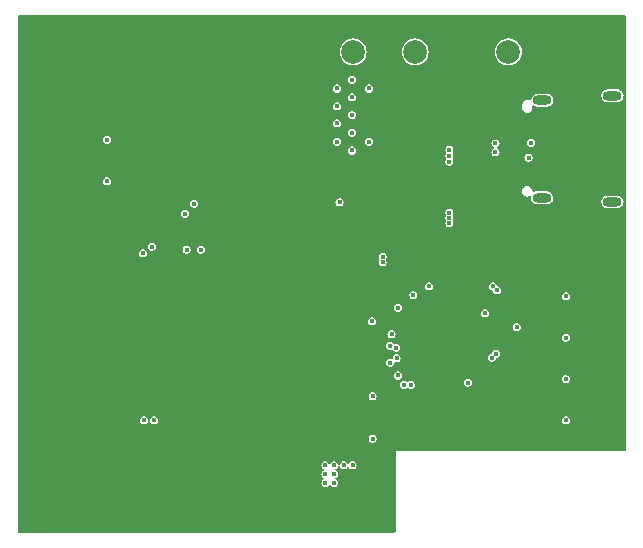
<source format=gbr>
G04 #@! TF.GenerationSoftware,KiCad,Pcbnew,7.0.7*
G04 #@! TF.CreationDate,2024-08-26T03:28:25+03:00*
G04 #@! TF.ProjectId,telemetry_box_01,74656c65-6d65-4747-9279-5f626f785f30,rev?*
G04 #@! TF.SameCoordinates,Original*
G04 #@! TF.FileFunction,Copper,L4,Bot*
G04 #@! TF.FilePolarity,Positive*
%FSLAX46Y46*%
G04 Gerber Fmt 4.6, Leading zero omitted, Abs format (unit mm)*
G04 Created by KiCad (PCBNEW 7.0.7) date 2024-08-26 03:28:25*
%MOMM*%
%LPD*%
G01*
G04 APERTURE LIST*
G04 #@! TA.AperFunction,ComponentPad*
%ADD10O,1.600000X0.800000*%
G04 #@! TD*
G04 #@! TA.AperFunction,ComponentPad*
%ADD11C,2.000000*%
G04 #@! TD*
G04 #@! TA.AperFunction,ViaPad*
%ADD12C,0.400000*%
G04 #@! TD*
G04 #@! TA.AperFunction,ViaPad*
%ADD13C,0.420000*%
G04 #@! TD*
G04 APERTURE END LIST*
D10*
X165550000Y-75905000D03*
X165550000Y-66925000D03*
X159600000Y-67285000D03*
X159600000Y-75545000D03*
D11*
X148850000Y-63200000D03*
X143600000Y-63200000D03*
X156750000Y-63200000D03*
X162000000Y-63200000D03*
D12*
X142450000Y-75950000D03*
X122750000Y-70650000D03*
X122750000Y-74150000D03*
X130700000Y-79950000D03*
X129500000Y-79950000D03*
D13*
X146950000Y-98050000D03*
X146950000Y-97150000D03*
X146950000Y-102550000D03*
X146950000Y-103450000D03*
X146950000Y-101650000D03*
X146950000Y-98950000D03*
X146950000Y-100750000D03*
X146950000Y-99850000D03*
X162700000Y-96750000D03*
X163600000Y-96750000D03*
X166300000Y-96750000D03*
X164500000Y-96750000D03*
X165400000Y-96750000D03*
X158200000Y-96750000D03*
X159100000Y-96750000D03*
X161800000Y-96750000D03*
X160000000Y-96750000D03*
X160900000Y-96750000D03*
X157300000Y-96750000D03*
X155500000Y-96750000D03*
X156400000Y-96750000D03*
X154600000Y-96750000D03*
X152800000Y-96750000D03*
X153700000Y-96750000D03*
X151900000Y-96750000D03*
X151000000Y-96750000D03*
X150100000Y-96750000D03*
X149200000Y-96750000D03*
X147700000Y-96750000D03*
X115450000Y-82950000D03*
X146900000Y-70050000D03*
X117700000Y-89250000D03*
X150400000Y-92900000D03*
X121900000Y-88850000D03*
X165750000Y-90650000D03*
X125900000Y-83850000D03*
X140850000Y-64350000D03*
X129000000Y-91650000D03*
X125800000Y-99900000D03*
X144350000Y-75700000D03*
X150100000Y-85400000D03*
X153900000Y-69450000D03*
X135450000Y-74850000D03*
X142350000Y-79300000D03*
X153300000Y-77950000D03*
X133800000Y-66000000D03*
X115450000Y-60950000D03*
X161750000Y-60650000D03*
X130300000Y-61650000D03*
X115450000Y-95250000D03*
X118000000Y-97350000D03*
X145200000Y-84050000D03*
X157250000Y-88250000D03*
X129600000Y-88700000D03*
X131250000Y-64150000D03*
X145700000Y-99050000D03*
X163750000Y-60650000D03*
X115450000Y-66950000D03*
X150100000Y-86400000D03*
X146900000Y-67050000D03*
X130700000Y-85100000D03*
X153350000Y-68200000D03*
X165750000Y-82650000D03*
X115450000Y-97250000D03*
X135450000Y-68850000D03*
X135600000Y-101350000D03*
X139200000Y-102850000D03*
X141200000Y-102850000D03*
X125600000Y-83100000D03*
X140500000Y-86500000D03*
X115450000Y-62950000D03*
X131650000Y-92200000D03*
X135600000Y-99850000D03*
X141500000Y-79800000D03*
X159300000Y-77950000D03*
X119050000Y-85850000D03*
X142500000Y-78300000D03*
X135600000Y-99050000D03*
X138300000Y-67400000D03*
X118550000Y-75900000D03*
X116700000Y-89250000D03*
X149100000Y-85400000D03*
X153750000Y-60650000D03*
X118200000Y-64050000D03*
X122050000Y-99650000D03*
X151100000Y-85400000D03*
X134250000Y-71000000D03*
X140750000Y-79450000D03*
X165750000Y-84650000D03*
X119800000Y-88750000D03*
X145200000Y-86550000D03*
X154200000Y-92900000D03*
X140850000Y-66350000D03*
X159100000Y-85900000D03*
X156150000Y-93900000D03*
X118750000Y-86750000D03*
X115450000Y-93250000D03*
X118100000Y-102950000D03*
X154850000Y-81500000D03*
X117900000Y-94600000D03*
X152950000Y-95600000D03*
X165750000Y-68650000D03*
X123350000Y-98650000D03*
X152950000Y-94850000D03*
X130250000Y-66550000D03*
X148500000Y-80850000D03*
X140500000Y-77250000D03*
X133650000Y-84900000D03*
X145200000Y-102850000D03*
X165750000Y-94650000D03*
X115450000Y-80950000D03*
X145700000Y-100550000D03*
X120400000Y-63400000D03*
X152800000Y-69450000D03*
X147750000Y-60650000D03*
X123300000Y-82700000D03*
X149450000Y-81500000D03*
X165750000Y-74650000D03*
X146100000Y-83250000D03*
X127600000Y-64600000D03*
X115450000Y-68950000D03*
X135100000Y-88850000D03*
X143750000Y-60650000D03*
X158050000Y-90400000D03*
X130800000Y-71500000D03*
X133000000Y-88050000D03*
X127900000Y-90550000D03*
X115450000Y-70950000D03*
X116800000Y-67900000D03*
X152950000Y-93350000D03*
X118550000Y-61450000D03*
X130750000Y-82500000D03*
X146900000Y-68550000D03*
X144500000Y-80450000D03*
X150100000Y-87400000D03*
X127800000Y-81950000D03*
X134550000Y-100350000D03*
X154000000Y-81900000D03*
X120600000Y-88050000D03*
X119850000Y-78050000D03*
X127900000Y-91650000D03*
X149750000Y-60650000D03*
X130100000Y-92750000D03*
X115450000Y-86950000D03*
X149100000Y-87400000D03*
X122650000Y-102850000D03*
X130100000Y-90550000D03*
X125600000Y-84600000D03*
X155750000Y-60650000D03*
X165750000Y-88650000D03*
X126850000Y-67550000D03*
X115450000Y-99250000D03*
X121250000Y-82850000D03*
X151100000Y-89400000D03*
X115450000Y-90000000D03*
X121950000Y-61350000D03*
X124650000Y-102850000D03*
X145700000Y-101350000D03*
X115450000Y-74950000D03*
X121100000Y-87150000D03*
X127100000Y-71500000D03*
X130850000Y-100200000D03*
X149100000Y-86400000D03*
X140850000Y-70350000D03*
X151100000Y-87400000D03*
X135600000Y-100550000D03*
X117400000Y-65950000D03*
X122400000Y-63950000D03*
X126650000Y-102850000D03*
X120650000Y-102850000D03*
X116550000Y-72150000D03*
X136400000Y-98250000D03*
X152100000Y-87400000D03*
X159600000Y-93250000D03*
X136700000Y-95200000D03*
X119650000Y-84000000D03*
X115450000Y-91250000D03*
X120350000Y-83300000D03*
X140850000Y-62350000D03*
X163300000Y-77950000D03*
X159600000Y-91250000D03*
X128650000Y-100000000D03*
X165750000Y-86650000D03*
X124650000Y-74900000D03*
X120950000Y-65950000D03*
X140500000Y-76200000D03*
X153100000Y-85400000D03*
X137200000Y-102850000D03*
X153100000Y-87400000D03*
X121300000Y-86150000D03*
X159600000Y-95250000D03*
X118000000Y-91700000D03*
X123300000Y-85000000D03*
X154050000Y-94550000D03*
X156500000Y-85400000D03*
X135100000Y-89850000D03*
X126350000Y-61200000D03*
X127900000Y-92750000D03*
X115450000Y-78950000D03*
X132300000Y-68200000D03*
X155300000Y-77950000D03*
X117550000Y-80100000D03*
X153300000Y-80250000D03*
X153500000Y-92900000D03*
X143200000Y-102850000D03*
X122300000Y-85000000D03*
X145700000Y-99850000D03*
X121550000Y-85250000D03*
X153100000Y-88400000D03*
X152800000Y-67650000D03*
X145750000Y-60650000D03*
X130100000Y-91650000D03*
X120050000Y-99650000D03*
X124600000Y-69050000D03*
X141750000Y-60650000D03*
X153100000Y-86400000D03*
X152100000Y-88400000D03*
X159750000Y-60650000D03*
X142500000Y-77250000D03*
X118850000Y-89150000D03*
X165750000Y-92650000D03*
X118050000Y-99650000D03*
X135200000Y-102850000D03*
X147800000Y-69300000D03*
X150950000Y-94100000D03*
X122300000Y-82700000D03*
X150100000Y-89400000D03*
X136100000Y-88850000D03*
X140850000Y-68350000D03*
X161300000Y-77950000D03*
X165750000Y-72650000D03*
X129000000Y-92750000D03*
X115450000Y-76950000D03*
X150950000Y-93350000D03*
X157300000Y-77950000D03*
X119200000Y-84850000D03*
X145400000Y-82600000D03*
X165750000Y-78650000D03*
X157750000Y-60650000D03*
X127800000Y-86650000D03*
X165750000Y-62650000D03*
X144550000Y-95950000D03*
X153350000Y-68900000D03*
X145500000Y-90150000D03*
X152100000Y-86400000D03*
X165750000Y-64650000D03*
X115450000Y-72950000D03*
X149100000Y-89400000D03*
X136100000Y-89850000D03*
X145200000Y-85000000D03*
X136800000Y-82800000D03*
X115450000Y-64950000D03*
X159500000Y-88250000D03*
X152100000Y-89400000D03*
X129050000Y-70050000D03*
X136050000Y-85500000D03*
X153500000Y-74500000D03*
X149450000Y-80850000D03*
X153050000Y-94100000D03*
X115450000Y-101250000D03*
X147800000Y-67800000D03*
X115450000Y-103250000D03*
X151100000Y-86400000D03*
X132650000Y-102850000D03*
X135250000Y-64150000D03*
X165750000Y-60650000D03*
X165750000Y-80650000D03*
X153900000Y-67650000D03*
X135450000Y-92650000D03*
X156750000Y-80300000D03*
X130650000Y-102850000D03*
X122250000Y-77500000D03*
X144550000Y-92350000D03*
X165750000Y-70650000D03*
X129000000Y-90550000D03*
X154000000Y-80900000D03*
X145500000Y-87650000D03*
X151750000Y-60650000D03*
X117700000Y-86950000D03*
X116700000Y-86950000D03*
X115450000Y-84950000D03*
X148500000Y-81500000D03*
X144450000Y-78300000D03*
X153100000Y-89400000D03*
X150100000Y-88400000D03*
X124300000Y-65600000D03*
X151100000Y-88400000D03*
X133750000Y-82200000D03*
X152100000Y-85400000D03*
X135600000Y-89350000D03*
X128650000Y-102850000D03*
X149100000Y-88400000D03*
D12*
X130150000Y-76050000D03*
X125800000Y-80250000D03*
X129350000Y-76900000D03*
X126550000Y-79700000D03*
X147277996Y-89130403D03*
X126750000Y-94400000D03*
X147250000Y-88250000D03*
X125900000Y-94400000D03*
X147400000Y-90600000D03*
X146850000Y-87100000D03*
X161600000Y-90900000D03*
X155330000Y-89100000D03*
X147396397Y-84865881D03*
X161600000Y-94400000D03*
X151750000Y-76800000D03*
X155690000Y-88740000D03*
X146100000Y-81000000D03*
X155800000Y-83400000D03*
X146100000Y-80550000D03*
X146700000Y-88100000D03*
X148700940Y-83796740D03*
X151750000Y-77700000D03*
X145200000Y-86000000D03*
X155450000Y-83050000D03*
X150000000Y-83050000D03*
X151750000Y-77250000D03*
X146750000Y-89500000D03*
X161600000Y-87400000D03*
X147900000Y-91400000D03*
X154787371Y-85325500D03*
D13*
X157450000Y-86500000D03*
D12*
X153300000Y-91200000D03*
X161600000Y-83900000D03*
X148500000Y-91400000D03*
X155650000Y-70950000D03*
X158650000Y-70900000D03*
X158450000Y-72150000D03*
X155650000Y-71700000D03*
X144950000Y-70800000D03*
X142250000Y-69250000D03*
X143500000Y-67050000D03*
X142800000Y-98200000D03*
X145250000Y-95950000D03*
X143500000Y-71550000D03*
X142000000Y-99700000D03*
X151750000Y-72500000D03*
X142000000Y-98950000D03*
X142000000Y-98200000D03*
X142250000Y-66300000D03*
X151750000Y-72000000D03*
X145250000Y-92350000D03*
X143500000Y-68550000D03*
X141250000Y-99700000D03*
X151750000Y-71500000D03*
X142250000Y-67800000D03*
X143500000Y-65550000D03*
X141250000Y-98200000D03*
X141250000Y-98950000D03*
X144950000Y-66300000D03*
X142250000Y-70800000D03*
X143500000Y-70050000D03*
X143550000Y-98200000D03*
G04 #@! TA.AperFunction,Conductor*
G36*
X166679290Y-60120710D02*
G01*
X166699500Y-60169500D01*
X166699500Y-96931000D01*
X166679290Y-96979790D01*
X166630500Y-97000000D01*
X147200000Y-97000000D01*
X147200000Y-103830500D01*
X147179790Y-103879290D01*
X147131000Y-103899500D01*
X115269000Y-103899500D01*
X115220210Y-103879290D01*
X115200000Y-103830500D01*
X115200000Y-99700000D01*
X140904247Y-99700000D01*
X140922378Y-99802832D01*
X140925098Y-99818254D01*
X140985138Y-99922246D01*
X140985140Y-99922248D01*
X140985139Y-99922248D01*
X141065925Y-99990034D01*
X141077123Y-99999431D01*
X141189961Y-100040500D01*
X141310038Y-100040500D01*
X141310039Y-100040500D01*
X141422877Y-99999431D01*
X141514862Y-99922246D01*
X141565245Y-99834980D01*
X141607142Y-99802832D01*
X141659500Y-99809725D01*
X141684754Y-99834979D01*
X141735138Y-99922246D01*
X141735140Y-99922248D01*
X141735139Y-99922248D01*
X141815925Y-99990034D01*
X141827123Y-99999431D01*
X141939961Y-100040500D01*
X142060038Y-100040500D01*
X142060039Y-100040500D01*
X142172877Y-99999431D01*
X142264862Y-99922246D01*
X142324902Y-99818254D01*
X142345753Y-99700000D01*
X142324902Y-99581746D01*
X142264862Y-99477754D01*
X142264859Y-99477751D01*
X142264860Y-99477751D01*
X142172877Y-99400569D01*
X142172876Y-99400569D01*
X142143394Y-99389838D01*
X142104459Y-99354161D01*
X142102155Y-99301401D01*
X142137833Y-99262465D01*
X142143387Y-99260164D01*
X142172877Y-99249431D01*
X142264862Y-99172246D01*
X142324902Y-99068254D01*
X142345753Y-98950000D01*
X142324902Y-98831746D01*
X142264862Y-98727754D01*
X142264859Y-98727751D01*
X142264860Y-98727751D01*
X142172877Y-98650569D01*
X142172876Y-98650569D01*
X142143394Y-98639838D01*
X142104459Y-98604161D01*
X142102155Y-98551401D01*
X142137833Y-98512465D01*
X142143387Y-98510164D01*
X142172877Y-98499431D01*
X142264862Y-98422246D01*
X142324902Y-98318254D01*
X142332047Y-98277727D01*
X142360423Y-98233187D01*
X142411981Y-98221756D01*
X142456521Y-98250131D01*
X142467952Y-98277727D01*
X142475097Y-98318252D01*
X142475097Y-98318253D01*
X142475098Y-98318254D01*
X142535138Y-98422246D01*
X142535140Y-98422248D01*
X142535139Y-98422248D01*
X142615925Y-98490034D01*
X142627123Y-98499431D01*
X142739961Y-98540500D01*
X142860038Y-98540500D01*
X142860039Y-98540500D01*
X142972877Y-98499431D01*
X143064862Y-98422246D01*
X143115245Y-98334978D01*
X143157140Y-98302832D01*
X143209499Y-98309725D01*
X143234754Y-98334980D01*
X143285138Y-98422246D01*
X143285139Y-98422248D01*
X143365925Y-98490034D01*
X143377123Y-98499431D01*
X143489961Y-98540500D01*
X143610038Y-98540500D01*
X143610039Y-98540500D01*
X143722877Y-98499431D01*
X143814862Y-98422246D01*
X143874902Y-98318254D01*
X143895753Y-98200000D01*
X143874902Y-98081746D01*
X143814862Y-97977754D01*
X143814859Y-97977751D01*
X143814860Y-97977751D01*
X143722877Y-97900569D01*
X143610040Y-97859500D01*
X143610039Y-97859500D01*
X143489961Y-97859500D01*
X143433542Y-97880034D01*
X143377123Y-97900569D01*
X143285139Y-97977751D01*
X143234756Y-98065018D01*
X143192858Y-98097167D01*
X143140500Y-98090274D01*
X143115244Y-98065018D01*
X143064862Y-97977754D01*
X143064859Y-97977751D01*
X143064860Y-97977751D01*
X142972877Y-97900569D01*
X142860040Y-97859500D01*
X142860039Y-97859500D01*
X142739961Y-97859500D01*
X142683542Y-97880034D01*
X142627123Y-97900569D01*
X142535140Y-97977751D01*
X142475097Y-98081748D01*
X142467952Y-98122272D01*
X142439577Y-98166812D01*
X142388019Y-98178243D01*
X142343479Y-98149868D01*
X142332048Y-98122272D01*
X142327621Y-98097167D01*
X142324902Y-98081746D01*
X142264862Y-97977754D01*
X142264859Y-97977751D01*
X142264860Y-97977751D01*
X142172877Y-97900569D01*
X142060040Y-97859500D01*
X142060039Y-97859500D01*
X141939961Y-97859500D01*
X141883542Y-97880034D01*
X141827123Y-97900569D01*
X141735139Y-97977751D01*
X141684756Y-98065018D01*
X141642858Y-98097167D01*
X141590500Y-98090274D01*
X141565244Y-98065018D01*
X141514862Y-97977754D01*
X141514859Y-97977751D01*
X141514860Y-97977751D01*
X141422877Y-97900569D01*
X141310040Y-97859500D01*
X141310039Y-97859500D01*
X141189961Y-97859500D01*
X141133542Y-97880034D01*
X141077123Y-97900569D01*
X140985140Y-97977751D01*
X140925097Y-98081748D01*
X140904247Y-98200000D01*
X140922378Y-98302832D01*
X140925098Y-98318254D01*
X140985138Y-98422246D01*
X140985140Y-98422248D01*
X140985139Y-98422248D01*
X141065925Y-98490034D01*
X141077123Y-98499431D01*
X141106604Y-98510161D01*
X141145540Y-98545839D01*
X141147844Y-98598599D01*
X141112166Y-98637535D01*
X141106605Y-98639839D01*
X141077122Y-98650569D01*
X140985140Y-98727751D01*
X140925097Y-98831748D01*
X140904247Y-98949999D01*
X140922378Y-99052832D01*
X140925098Y-99068254D01*
X140985138Y-99172246D01*
X140985140Y-99172248D01*
X140985139Y-99172248D01*
X141065925Y-99240034D01*
X141077123Y-99249431D01*
X141106604Y-99260161D01*
X141145540Y-99295839D01*
X141147844Y-99348599D01*
X141112166Y-99387535D01*
X141106605Y-99389839D01*
X141077122Y-99400569D01*
X140985140Y-99477751D01*
X140985138Y-99477753D01*
X140985138Y-99477754D01*
X140925098Y-99581746D01*
X140925097Y-99581748D01*
X140904247Y-99700000D01*
X115200000Y-99700000D01*
X115200000Y-95950000D01*
X144904247Y-95950000D01*
X144925098Y-96068254D01*
X144985138Y-96172246D01*
X144985140Y-96172248D01*
X144985139Y-96172248D01*
X145065925Y-96240034D01*
X145077123Y-96249431D01*
X145189961Y-96290500D01*
X145310038Y-96290500D01*
X145310039Y-96290500D01*
X145422877Y-96249431D01*
X145514862Y-96172246D01*
X145574902Y-96068254D01*
X145595753Y-95950000D01*
X145574902Y-95831746D01*
X145514862Y-95727754D01*
X145514859Y-95727751D01*
X145514860Y-95727751D01*
X145422877Y-95650569D01*
X145310040Y-95609500D01*
X145310039Y-95609500D01*
X145189961Y-95609500D01*
X145133542Y-95630034D01*
X145077123Y-95650569D01*
X144985140Y-95727751D01*
X144925097Y-95831748D01*
X144904247Y-95949999D01*
X144904247Y-95950000D01*
X115200000Y-95950000D01*
X115200000Y-94400000D01*
X125554247Y-94400000D01*
X125575098Y-94518254D01*
X125635138Y-94622246D01*
X125635140Y-94622248D01*
X125635139Y-94622248D01*
X125715925Y-94690034D01*
X125727123Y-94699431D01*
X125839961Y-94740500D01*
X125960038Y-94740500D01*
X125960039Y-94740500D01*
X126072877Y-94699431D01*
X126164862Y-94622246D01*
X126224902Y-94518254D01*
X126245753Y-94400000D01*
X126404247Y-94400000D01*
X126425098Y-94518254D01*
X126485138Y-94622246D01*
X126485140Y-94622248D01*
X126485139Y-94622248D01*
X126565925Y-94690034D01*
X126577123Y-94699431D01*
X126689961Y-94740500D01*
X126810038Y-94740500D01*
X126810039Y-94740500D01*
X126922877Y-94699431D01*
X127014862Y-94622246D01*
X127074902Y-94518254D01*
X127095753Y-94400000D01*
X161254247Y-94400000D01*
X161275098Y-94518254D01*
X161335138Y-94622246D01*
X161335140Y-94622248D01*
X161335139Y-94622248D01*
X161415925Y-94690034D01*
X161427123Y-94699431D01*
X161539961Y-94740500D01*
X161660038Y-94740500D01*
X161660039Y-94740500D01*
X161772877Y-94699431D01*
X161864862Y-94622246D01*
X161924902Y-94518254D01*
X161945753Y-94400000D01*
X161924902Y-94281746D01*
X161864862Y-94177754D01*
X161864859Y-94177751D01*
X161864860Y-94177751D01*
X161772877Y-94100569D01*
X161660040Y-94059500D01*
X161660039Y-94059500D01*
X161539961Y-94059500D01*
X161483542Y-94080034D01*
X161427123Y-94100569D01*
X161335140Y-94177751D01*
X161275097Y-94281748D01*
X161254247Y-94399999D01*
X161254247Y-94400000D01*
X127095753Y-94400000D01*
X127074902Y-94281746D01*
X127014862Y-94177754D01*
X127014859Y-94177751D01*
X127014860Y-94177751D01*
X126922877Y-94100569D01*
X126810040Y-94059500D01*
X126810039Y-94059500D01*
X126689961Y-94059500D01*
X126633542Y-94080034D01*
X126577123Y-94100569D01*
X126485140Y-94177751D01*
X126425097Y-94281748D01*
X126404247Y-94399999D01*
X126404247Y-94400000D01*
X126245753Y-94400000D01*
X126224902Y-94281746D01*
X126164862Y-94177754D01*
X126164859Y-94177751D01*
X126164860Y-94177751D01*
X126072877Y-94100569D01*
X125960040Y-94059500D01*
X125960039Y-94059500D01*
X125839961Y-94059500D01*
X125783542Y-94080034D01*
X125727123Y-94100569D01*
X125635140Y-94177751D01*
X125575097Y-94281748D01*
X125554247Y-94399999D01*
X125554247Y-94400000D01*
X115200000Y-94400000D01*
X115200000Y-92350000D01*
X144904247Y-92350000D01*
X144925098Y-92468254D01*
X144985138Y-92572246D01*
X144985140Y-92572248D01*
X144985139Y-92572248D01*
X145065925Y-92640034D01*
X145077123Y-92649431D01*
X145189961Y-92690500D01*
X145310038Y-92690500D01*
X145310039Y-92690500D01*
X145422877Y-92649431D01*
X145514862Y-92572246D01*
X145574902Y-92468254D01*
X145595753Y-92350000D01*
X145574902Y-92231746D01*
X145514862Y-92127754D01*
X145514859Y-92127751D01*
X145514860Y-92127751D01*
X145422877Y-92050569D01*
X145310040Y-92009500D01*
X145310039Y-92009500D01*
X145189961Y-92009500D01*
X145133542Y-92030034D01*
X145077123Y-92050569D01*
X144985140Y-92127751D01*
X144925097Y-92231748D01*
X144904247Y-92349999D01*
X144904247Y-92350000D01*
X115200000Y-92350000D01*
X115200000Y-91400000D01*
X147554247Y-91400000D01*
X147571778Y-91499430D01*
X147575098Y-91518254D01*
X147635138Y-91622246D01*
X147635140Y-91622248D01*
X147635139Y-91622248D01*
X147715925Y-91690034D01*
X147727123Y-91699431D01*
X147839961Y-91740500D01*
X147960038Y-91740500D01*
X147960039Y-91740500D01*
X148072877Y-91699431D01*
X148128283Y-91652939D01*
X148155648Y-91629978D01*
X148206014Y-91614098D01*
X148244352Y-91629978D01*
X148306783Y-91682363D01*
X148327123Y-91699431D01*
X148439961Y-91740500D01*
X148560038Y-91740500D01*
X148560039Y-91740500D01*
X148672877Y-91699431D01*
X148764862Y-91622246D01*
X148824902Y-91518254D01*
X148845753Y-91400000D01*
X148824902Y-91281746D01*
X148777706Y-91200000D01*
X152954247Y-91200000D01*
X152968660Y-91281746D01*
X152975098Y-91318254D01*
X153035138Y-91422246D01*
X153035140Y-91422248D01*
X153035139Y-91422248D01*
X153115925Y-91490034D01*
X153127123Y-91499431D01*
X153239961Y-91540500D01*
X153360038Y-91540500D01*
X153360039Y-91540500D01*
X153472877Y-91499431D01*
X153564862Y-91422246D01*
X153624902Y-91318254D01*
X153645753Y-91200000D01*
X153624902Y-91081746D01*
X153564862Y-90977754D01*
X153564859Y-90977751D01*
X153564860Y-90977751D01*
X153472877Y-90900569D01*
X153471314Y-90900000D01*
X161254247Y-90900000D01*
X161275098Y-91018254D01*
X161335138Y-91122246D01*
X161335140Y-91122248D01*
X161335139Y-91122248D01*
X161392075Y-91170022D01*
X161427123Y-91199431D01*
X161539961Y-91240500D01*
X161660038Y-91240500D01*
X161660039Y-91240500D01*
X161772877Y-91199431D01*
X161864862Y-91122246D01*
X161924902Y-91018254D01*
X161945753Y-90900000D01*
X161924902Y-90781746D01*
X161864862Y-90677754D01*
X161864859Y-90677751D01*
X161864860Y-90677751D01*
X161772877Y-90600569D01*
X161660040Y-90559500D01*
X161660039Y-90559500D01*
X161539961Y-90559500D01*
X161483542Y-90580034D01*
X161427123Y-90600569D01*
X161335140Y-90677751D01*
X161275097Y-90781748D01*
X161261388Y-90859500D01*
X161254247Y-90900000D01*
X153471314Y-90900000D01*
X153360040Y-90859500D01*
X153360039Y-90859500D01*
X153239961Y-90859500D01*
X153183542Y-90880034D01*
X153127123Y-90900569D01*
X153035140Y-90977751D01*
X152975097Y-91081748D01*
X152954247Y-91200000D01*
X148777706Y-91200000D01*
X148764862Y-91177754D01*
X148764859Y-91177751D01*
X148764860Y-91177751D01*
X148672877Y-91100569D01*
X148560040Y-91059500D01*
X148560039Y-91059500D01*
X148439961Y-91059500D01*
X148398893Y-91074447D01*
X148327125Y-91100568D01*
X148244352Y-91170022D01*
X148193985Y-91185901D01*
X148155648Y-91170021D01*
X148072877Y-91100569D01*
X147960040Y-91059500D01*
X147960039Y-91059500D01*
X147839961Y-91059500D01*
X147783542Y-91080034D01*
X147727123Y-91100569D01*
X147635140Y-91177751D01*
X147635138Y-91177753D01*
X147635138Y-91177754D01*
X147575098Y-91281746D01*
X147575097Y-91281748D01*
X147554247Y-91400000D01*
X115200000Y-91400000D01*
X115200000Y-90600000D01*
X147054247Y-90600000D01*
X147075098Y-90718254D01*
X147135138Y-90822246D01*
X147135140Y-90822248D01*
X147135139Y-90822248D01*
X147179535Y-90859500D01*
X147227123Y-90899431D01*
X147339961Y-90940500D01*
X147460038Y-90940500D01*
X147460039Y-90940500D01*
X147572877Y-90899431D01*
X147664862Y-90822246D01*
X147724902Y-90718254D01*
X147745753Y-90600000D01*
X147724902Y-90481746D01*
X147664862Y-90377754D01*
X147664859Y-90377751D01*
X147664860Y-90377751D01*
X147572877Y-90300569D01*
X147460040Y-90259500D01*
X147460039Y-90259500D01*
X147339961Y-90259500D01*
X147283542Y-90280034D01*
X147227123Y-90300569D01*
X147135140Y-90377751D01*
X147075097Y-90481748D01*
X147061388Y-90559500D01*
X147054247Y-90600000D01*
X115200000Y-90600000D01*
X115200000Y-89500000D01*
X146404247Y-89500000D01*
X146425098Y-89618254D01*
X146485138Y-89722246D01*
X146485140Y-89722248D01*
X146485139Y-89722248D01*
X146565925Y-89790034D01*
X146577123Y-89799431D01*
X146689961Y-89840500D01*
X146810038Y-89840500D01*
X146810039Y-89840500D01*
X146922877Y-89799431D01*
X147014862Y-89722246D01*
X147074902Y-89618254D01*
X147093664Y-89511842D01*
X147122039Y-89467304D01*
X147173597Y-89455873D01*
X147185211Y-89458984D01*
X147217957Y-89470903D01*
X147338034Y-89470903D01*
X147338035Y-89470903D01*
X147450873Y-89429834D01*
X147542858Y-89352649D01*
X147602898Y-89248657D01*
X147623749Y-89130403D01*
X147618388Y-89100000D01*
X154984247Y-89100000D01*
X155001979Y-89200569D01*
X155005098Y-89218254D01*
X155065138Y-89322246D01*
X155065140Y-89322248D01*
X155065139Y-89322248D01*
X155136047Y-89381746D01*
X155157123Y-89399431D01*
X155269961Y-89440500D01*
X155390038Y-89440500D01*
X155390039Y-89440500D01*
X155502877Y-89399431D01*
X155594862Y-89322246D01*
X155654902Y-89218254D01*
X155669137Y-89137518D01*
X155697513Y-89092979D01*
X155737090Y-89080500D01*
X155750038Y-89080500D01*
X155750039Y-89080500D01*
X155862877Y-89039431D01*
X155954862Y-88962246D01*
X156014902Y-88858254D01*
X156035753Y-88740000D01*
X156014902Y-88621746D01*
X155954862Y-88517754D01*
X155954859Y-88517751D01*
X155954860Y-88517751D01*
X155862877Y-88440569D01*
X155750040Y-88399500D01*
X155750039Y-88399500D01*
X155629961Y-88399500D01*
X155573542Y-88420034D01*
X155517123Y-88440569D01*
X155425140Y-88517751D01*
X155365097Y-88621747D01*
X155350862Y-88702482D01*
X155322487Y-88747021D01*
X155282910Y-88759500D01*
X155269961Y-88759500D01*
X155213542Y-88780034D01*
X155157123Y-88800569D01*
X155065140Y-88877751D01*
X155065138Y-88877753D01*
X155065138Y-88877754D01*
X155016355Y-88962248D01*
X155005097Y-88981748D01*
X154984247Y-89100000D01*
X147618388Y-89100000D01*
X147602898Y-89012149D01*
X147542858Y-88908157D01*
X147542855Y-88908154D01*
X147542856Y-88908154D01*
X147450873Y-88830972D01*
X147338036Y-88789903D01*
X147338035Y-88789903D01*
X147217957Y-88789903D01*
X147161538Y-88810437D01*
X147105119Y-88830972D01*
X147013136Y-88908154D01*
X146953093Y-89012150D01*
X146934331Y-89118559D01*
X146905956Y-89163098D01*
X146854397Y-89174529D01*
X146842780Y-89171416D01*
X146810040Y-89159500D01*
X146810039Y-89159500D01*
X146689961Y-89159500D01*
X146680076Y-89163098D01*
X146577123Y-89200569D01*
X146485140Y-89277751D01*
X146485138Y-89277753D01*
X146485138Y-89277754D01*
X146441897Y-89352649D01*
X146425097Y-89381748D01*
X146411479Y-89458986D01*
X146404247Y-89500000D01*
X115200000Y-89500000D01*
X115200000Y-88100000D01*
X146354247Y-88100000D01*
X146359844Y-88131746D01*
X146375098Y-88218254D01*
X146435138Y-88322246D01*
X146435140Y-88322248D01*
X146435139Y-88322248D01*
X146515925Y-88390034D01*
X146527123Y-88399431D01*
X146639961Y-88440500D01*
X146760038Y-88440500D01*
X146760039Y-88440500D01*
X146872877Y-88399431D01*
X146872879Y-88399428D01*
X146876497Y-88398112D01*
X146929257Y-88400416D01*
X146959852Y-88428450D01*
X146985138Y-88472246D01*
X146985139Y-88472248D01*
X147039368Y-88517751D01*
X147077123Y-88549431D01*
X147189961Y-88590500D01*
X147310038Y-88590500D01*
X147310039Y-88590500D01*
X147422877Y-88549431D01*
X147514862Y-88472246D01*
X147574902Y-88368254D01*
X147595753Y-88250000D01*
X147574902Y-88131746D01*
X147514862Y-88027754D01*
X147514859Y-88027751D01*
X147514860Y-88027751D01*
X147422877Y-87950569D01*
X147310040Y-87909500D01*
X147310039Y-87909500D01*
X147189961Y-87909500D01*
X147156859Y-87921548D01*
X147073501Y-87951887D01*
X147020741Y-87949583D01*
X146990147Y-87921549D01*
X146964862Y-87877754D01*
X146964859Y-87877751D01*
X146964860Y-87877751D01*
X146872877Y-87800569D01*
X146760040Y-87759500D01*
X146760039Y-87759500D01*
X146639961Y-87759500D01*
X146583542Y-87780034D01*
X146527123Y-87800569D01*
X146435140Y-87877751D01*
X146435138Y-87877753D01*
X146435138Y-87877754D01*
X146393098Y-87950569D01*
X146375097Y-87981748D01*
X146354247Y-88100000D01*
X115200000Y-88100000D01*
X115200000Y-87100000D01*
X146504247Y-87100000D01*
X146525098Y-87218254D01*
X146585138Y-87322246D01*
X146585140Y-87322248D01*
X146585139Y-87322248D01*
X146665925Y-87390034D01*
X146677123Y-87399431D01*
X146789961Y-87440500D01*
X146910038Y-87440500D01*
X146910039Y-87440500D01*
X147021314Y-87400000D01*
X161254247Y-87400000D01*
X161275098Y-87518254D01*
X161335138Y-87622246D01*
X161335140Y-87622248D01*
X161335139Y-87622248D01*
X161415925Y-87690034D01*
X161427123Y-87699431D01*
X161539961Y-87740500D01*
X161660038Y-87740500D01*
X161660039Y-87740500D01*
X161772877Y-87699431D01*
X161864862Y-87622246D01*
X161924902Y-87518254D01*
X161945753Y-87400000D01*
X161924902Y-87281746D01*
X161864862Y-87177754D01*
X161864859Y-87177751D01*
X161864860Y-87177751D01*
X161772877Y-87100569D01*
X161660040Y-87059500D01*
X161660039Y-87059500D01*
X161539961Y-87059500D01*
X161483542Y-87080034D01*
X161427123Y-87100569D01*
X161335140Y-87177751D01*
X161275097Y-87281748D01*
X161254348Y-87399430D01*
X161254247Y-87400000D01*
X147021314Y-87400000D01*
X147022877Y-87399431D01*
X147114862Y-87322246D01*
X147174902Y-87218254D01*
X147195753Y-87100000D01*
X147174902Y-86981746D01*
X147114862Y-86877754D01*
X147114859Y-86877751D01*
X147114860Y-86877751D01*
X147022877Y-86800569D01*
X146910040Y-86759500D01*
X146910039Y-86759500D01*
X146789961Y-86759500D01*
X146733542Y-86780034D01*
X146677123Y-86800569D01*
X146585140Y-86877751D01*
X146525097Y-86981748D01*
X146511388Y-87059500D01*
X146504247Y-87100000D01*
X115200000Y-87100000D01*
X115200000Y-86500003D01*
X157095131Y-86500003D01*
X157112498Y-86609658D01*
X157112501Y-86609665D01*
X157162902Y-86708583D01*
X157162905Y-86708587D01*
X157241412Y-86787094D01*
X157241416Y-86787097D01*
X157340334Y-86837498D01*
X157340341Y-86837501D01*
X157449996Y-86854869D01*
X157450000Y-86854869D01*
X157450004Y-86854869D01*
X157559658Y-86837501D01*
X157559659Y-86837500D01*
X157559661Y-86837500D01*
X157658587Y-86787095D01*
X157737095Y-86708587D01*
X157787500Y-86609661D01*
X157787500Y-86609659D01*
X157787501Y-86609658D01*
X157804869Y-86500003D01*
X157804869Y-86499996D01*
X157787501Y-86390341D01*
X157787498Y-86390334D01*
X157737097Y-86291416D01*
X157737094Y-86291412D01*
X157658587Y-86212905D01*
X157658583Y-86212902D01*
X157559665Y-86162501D01*
X157559658Y-86162498D01*
X157450004Y-86145131D01*
X157449996Y-86145131D01*
X157340341Y-86162498D01*
X157340334Y-86162501D01*
X157241416Y-86212902D01*
X157241412Y-86212905D01*
X157162905Y-86291412D01*
X157162902Y-86291416D01*
X157112501Y-86390334D01*
X157112498Y-86390341D01*
X157095131Y-86499996D01*
X157095131Y-86500003D01*
X115200000Y-86500003D01*
X115200000Y-86000000D01*
X144854247Y-86000000D01*
X144875098Y-86118254D01*
X144935138Y-86222246D01*
X144935140Y-86222248D01*
X144935139Y-86222248D01*
X145015925Y-86290034D01*
X145027123Y-86299431D01*
X145139961Y-86340500D01*
X145260038Y-86340500D01*
X145260039Y-86340500D01*
X145372877Y-86299431D01*
X145464862Y-86222246D01*
X145524902Y-86118254D01*
X145545753Y-86000000D01*
X145524902Y-85881746D01*
X145464862Y-85777754D01*
X145464859Y-85777751D01*
X145464860Y-85777751D01*
X145372877Y-85700569D01*
X145260040Y-85659500D01*
X145260039Y-85659500D01*
X145139961Y-85659500D01*
X145083542Y-85680034D01*
X145027123Y-85700569D01*
X144935140Y-85777751D01*
X144875097Y-85881748D01*
X144854247Y-85999999D01*
X144854247Y-86000000D01*
X115200000Y-86000000D01*
X115200000Y-85325500D01*
X154441618Y-85325500D01*
X154462469Y-85443754D01*
X154522509Y-85547746D01*
X154522511Y-85547748D01*
X154522510Y-85547748D01*
X154603296Y-85615534D01*
X154614494Y-85624931D01*
X154727332Y-85666000D01*
X154847409Y-85666000D01*
X154847410Y-85666000D01*
X154960248Y-85624931D01*
X155052233Y-85547746D01*
X155112273Y-85443754D01*
X155133124Y-85325500D01*
X155112273Y-85207246D01*
X155052233Y-85103254D01*
X155052230Y-85103251D01*
X155052231Y-85103251D01*
X154960248Y-85026069D01*
X154847411Y-84985000D01*
X154847410Y-84985000D01*
X154727332Y-84985000D01*
X154670913Y-85005534D01*
X154614494Y-85026069D01*
X154522511Y-85103251D01*
X154522509Y-85103253D01*
X154522509Y-85103254D01*
X154462469Y-85207246D01*
X154462468Y-85207248D01*
X154441618Y-85325499D01*
X154441618Y-85325500D01*
X115200000Y-85325500D01*
X115200000Y-84865881D01*
X147050643Y-84865881D01*
X147050644Y-84865881D01*
X147071495Y-84984135D01*
X147131535Y-85088127D01*
X147131537Y-85088129D01*
X147131536Y-85088129D01*
X147212322Y-85155915D01*
X147223520Y-85165312D01*
X147336358Y-85206381D01*
X147456435Y-85206381D01*
X147456436Y-85206381D01*
X147569274Y-85165312D01*
X147661259Y-85088127D01*
X147721299Y-84984135D01*
X147742150Y-84865881D01*
X147721299Y-84747627D01*
X147661259Y-84643635D01*
X147661256Y-84643632D01*
X147661257Y-84643632D01*
X147569274Y-84566450D01*
X147456437Y-84525381D01*
X147456436Y-84525381D01*
X147336358Y-84525381D01*
X147279939Y-84545915D01*
X147223520Y-84566450D01*
X147131537Y-84643632D01*
X147071494Y-84747629D01*
X147050643Y-84865881D01*
X115200000Y-84865881D01*
X115200000Y-83796740D01*
X148355187Y-83796740D01*
X148376038Y-83914994D01*
X148436078Y-84018986D01*
X148436080Y-84018988D01*
X148436079Y-84018988D01*
X148516865Y-84086774D01*
X148528063Y-84096171D01*
X148640901Y-84137240D01*
X148760978Y-84137240D01*
X148760979Y-84137240D01*
X148873817Y-84096171D01*
X148965802Y-84018986D01*
X149025842Y-83914994D01*
X149028486Y-83900000D01*
X161254247Y-83900000D01*
X161275098Y-84018254D01*
X161335138Y-84122246D01*
X161335140Y-84122248D01*
X161335139Y-84122248D01*
X161415925Y-84190034D01*
X161427123Y-84199431D01*
X161539961Y-84240500D01*
X161660038Y-84240500D01*
X161660039Y-84240500D01*
X161772877Y-84199431D01*
X161864862Y-84122246D01*
X161924902Y-84018254D01*
X161945753Y-83900000D01*
X161924902Y-83781746D01*
X161864862Y-83677754D01*
X161864859Y-83677751D01*
X161864860Y-83677751D01*
X161772877Y-83600569D01*
X161660040Y-83559500D01*
X161660039Y-83559500D01*
X161539961Y-83559500D01*
X161498765Y-83574494D01*
X161427123Y-83600569D01*
X161335140Y-83677751D01*
X161335138Y-83677753D01*
X161335138Y-83677754D01*
X161275098Y-83781746D01*
X161275097Y-83781748D01*
X161272454Y-83796740D01*
X161254247Y-83900000D01*
X149028486Y-83900000D01*
X149046693Y-83796740D01*
X149025842Y-83678486D01*
X148965802Y-83574494D01*
X148965799Y-83574491D01*
X148965800Y-83574491D01*
X148873817Y-83497309D01*
X148760980Y-83456240D01*
X148760979Y-83456240D01*
X148640901Y-83456240D01*
X148584482Y-83476774D01*
X148528063Y-83497309D01*
X148436080Y-83574491D01*
X148436078Y-83574493D01*
X148436078Y-83574494D01*
X148376461Y-83677754D01*
X148376037Y-83678488D01*
X148365103Y-83740500D01*
X148355187Y-83796740D01*
X115200000Y-83796740D01*
X115200000Y-83049999D01*
X149654247Y-83049999D01*
X149663163Y-83100569D01*
X149675098Y-83168254D01*
X149735138Y-83272246D01*
X149735140Y-83272248D01*
X149735139Y-83272248D01*
X149815925Y-83340034D01*
X149827123Y-83349431D01*
X149939961Y-83390500D01*
X150060038Y-83390500D01*
X150060039Y-83390500D01*
X150172877Y-83349431D01*
X150264862Y-83272246D01*
X150324902Y-83168254D01*
X150345753Y-83050000D01*
X155104247Y-83050000D01*
X155113163Y-83100569D01*
X155125098Y-83168254D01*
X155185138Y-83272246D01*
X155185140Y-83272248D01*
X155185139Y-83272248D01*
X155265925Y-83340034D01*
X155277123Y-83349431D01*
X155389961Y-83390500D01*
X155394674Y-83390500D01*
X155443464Y-83410710D01*
X155462625Y-83447518D01*
X155466269Y-83468184D01*
X155475097Y-83518252D01*
X155475097Y-83518253D01*
X155475098Y-83518254D01*
X155535138Y-83622246D01*
X155535140Y-83622248D01*
X155535139Y-83622248D01*
X155601286Y-83677751D01*
X155627123Y-83699431D01*
X155739961Y-83740500D01*
X155860038Y-83740500D01*
X155860039Y-83740500D01*
X155972877Y-83699431D01*
X156064862Y-83622246D01*
X156124902Y-83518254D01*
X156145753Y-83400000D01*
X156124902Y-83281746D01*
X156064862Y-83177754D01*
X156064859Y-83177751D01*
X156064860Y-83177751D01*
X155972877Y-83100569D01*
X155860040Y-83059500D01*
X155860039Y-83059500D01*
X155855326Y-83059500D01*
X155806536Y-83039290D01*
X155787374Y-83002481D01*
X155774902Y-82931747D01*
X155774902Y-82931746D01*
X155714862Y-82827754D01*
X155714859Y-82827751D01*
X155714860Y-82827751D01*
X155622877Y-82750569D01*
X155510040Y-82709500D01*
X155510039Y-82709500D01*
X155389961Y-82709500D01*
X155333542Y-82730034D01*
X155277123Y-82750569D01*
X155185140Y-82827751D01*
X155125097Y-82931748D01*
X155104247Y-83050000D01*
X150345753Y-83050000D01*
X150324902Y-82931746D01*
X150264862Y-82827754D01*
X150264859Y-82827751D01*
X150264860Y-82827751D01*
X150172877Y-82750569D01*
X150060040Y-82709500D01*
X150060039Y-82709500D01*
X149939961Y-82709500D01*
X149883542Y-82730034D01*
X149827123Y-82750569D01*
X149735140Y-82827751D01*
X149675097Y-82931748D01*
X149654247Y-83049999D01*
X115200000Y-83049999D01*
X115200000Y-81000000D01*
X145754247Y-81000000D01*
X145775098Y-81118254D01*
X145835138Y-81222246D01*
X145835140Y-81222248D01*
X145835139Y-81222248D01*
X145915925Y-81290034D01*
X145927123Y-81299431D01*
X146039961Y-81340500D01*
X146160038Y-81340500D01*
X146160039Y-81340500D01*
X146272877Y-81299431D01*
X146364862Y-81222246D01*
X146424902Y-81118254D01*
X146445753Y-81000000D01*
X146424902Y-80881746D01*
X146383189Y-80809498D01*
X146376297Y-80757140D01*
X146383189Y-80740502D01*
X146424902Y-80668254D01*
X146445753Y-80550000D01*
X146424902Y-80431746D01*
X146364862Y-80327754D01*
X146364859Y-80327751D01*
X146364860Y-80327751D01*
X146272877Y-80250569D01*
X146160040Y-80209500D01*
X146160039Y-80209500D01*
X146039961Y-80209500D01*
X145983542Y-80230034D01*
X145927123Y-80250569D01*
X145835140Y-80327751D01*
X145775097Y-80431748D01*
X145754247Y-80549999D01*
X145775097Y-80668252D01*
X145816809Y-80740500D01*
X145823702Y-80792859D01*
X145816809Y-80809500D01*
X145775097Y-80881747D01*
X145754247Y-80999999D01*
X145754247Y-81000000D01*
X115200000Y-81000000D01*
X115200000Y-80250000D01*
X125454247Y-80250000D01*
X125475098Y-80368254D01*
X125535138Y-80472246D01*
X125535140Y-80472248D01*
X125535139Y-80472248D01*
X125615925Y-80540034D01*
X125627123Y-80549431D01*
X125739961Y-80590500D01*
X125860038Y-80590500D01*
X125860039Y-80590500D01*
X125972877Y-80549431D01*
X126064862Y-80472246D01*
X126124902Y-80368254D01*
X126145753Y-80250000D01*
X126124902Y-80131746D01*
X126064862Y-80027754D01*
X126064859Y-80027751D01*
X126064860Y-80027751D01*
X125972877Y-79950569D01*
X125860040Y-79909500D01*
X125860039Y-79909500D01*
X125739961Y-79909500D01*
X125704936Y-79922248D01*
X125627123Y-79950569D01*
X125535140Y-80027751D01*
X125475097Y-80131748D01*
X125454347Y-80249431D01*
X125454247Y-80250000D01*
X115200000Y-80250000D01*
X115200000Y-79700000D01*
X126204247Y-79700000D01*
X126225098Y-79818254D01*
X126285138Y-79922246D01*
X126285140Y-79922248D01*
X126285139Y-79922248D01*
X126365925Y-79990034D01*
X126377123Y-79999431D01*
X126489961Y-80040500D01*
X126610038Y-80040500D01*
X126610039Y-80040500D01*
X126722877Y-79999431D01*
X126781786Y-79950000D01*
X129154247Y-79950000D01*
X129175098Y-80068254D01*
X129235138Y-80172246D01*
X129235140Y-80172248D01*
X129235139Y-80172248D01*
X129279535Y-80209500D01*
X129327123Y-80249431D01*
X129439961Y-80290500D01*
X129560038Y-80290500D01*
X129560039Y-80290500D01*
X129672877Y-80249431D01*
X129764862Y-80172246D01*
X129824902Y-80068254D01*
X129845753Y-79950000D01*
X130354247Y-79950000D01*
X130375098Y-80068254D01*
X130435138Y-80172246D01*
X130435140Y-80172248D01*
X130435139Y-80172248D01*
X130479535Y-80209500D01*
X130527123Y-80249431D01*
X130639961Y-80290500D01*
X130760038Y-80290500D01*
X130760039Y-80290500D01*
X130872877Y-80249431D01*
X130964862Y-80172246D01*
X131024902Y-80068254D01*
X131045753Y-79950000D01*
X131024902Y-79831746D01*
X130964862Y-79727754D01*
X130964859Y-79727751D01*
X130964860Y-79727751D01*
X130872877Y-79650569D01*
X130760040Y-79609500D01*
X130760039Y-79609500D01*
X130639961Y-79609500D01*
X130583542Y-79630034D01*
X130527123Y-79650569D01*
X130435140Y-79727751D01*
X130435138Y-79727753D01*
X130435138Y-79727754D01*
X130382888Y-79818254D01*
X130375097Y-79831748D01*
X130359140Y-79922248D01*
X130354247Y-79950000D01*
X129845753Y-79950000D01*
X129824902Y-79831746D01*
X129764862Y-79727754D01*
X129764859Y-79727751D01*
X129764860Y-79727751D01*
X129672877Y-79650569D01*
X129560040Y-79609500D01*
X129560039Y-79609500D01*
X129439961Y-79609500D01*
X129383542Y-79630034D01*
X129327123Y-79650569D01*
X129235140Y-79727751D01*
X129235138Y-79727753D01*
X129235138Y-79727754D01*
X129182888Y-79818254D01*
X129175097Y-79831748D01*
X129159140Y-79922248D01*
X129154247Y-79950000D01*
X126781786Y-79950000D01*
X126814862Y-79922246D01*
X126874902Y-79818254D01*
X126895753Y-79700000D01*
X126874902Y-79581746D01*
X126814862Y-79477754D01*
X126814859Y-79477751D01*
X126814860Y-79477751D01*
X126722877Y-79400569D01*
X126610040Y-79359500D01*
X126610039Y-79359500D01*
X126489961Y-79359500D01*
X126433542Y-79380034D01*
X126377123Y-79400569D01*
X126285140Y-79477751D01*
X126225097Y-79581748D01*
X126220204Y-79609500D01*
X126204247Y-79700000D01*
X115200000Y-79700000D01*
X115200000Y-77700000D01*
X151404246Y-77700000D01*
X151404247Y-77700000D01*
X151425098Y-77818254D01*
X151485138Y-77922246D01*
X151485140Y-77922248D01*
X151485139Y-77922248D01*
X151565925Y-77990034D01*
X151577123Y-77999431D01*
X151689961Y-78040500D01*
X151810038Y-78040500D01*
X151810039Y-78040500D01*
X151922877Y-77999431D01*
X152014862Y-77922246D01*
X152074902Y-77818254D01*
X152095753Y-77700000D01*
X152074902Y-77581746D01*
X152033189Y-77509498D01*
X152026297Y-77457142D01*
X152033188Y-77440503D01*
X152074902Y-77368254D01*
X152095753Y-77250000D01*
X152074902Y-77131746D01*
X152033189Y-77059498D01*
X152026297Y-77007142D01*
X152033188Y-76990503D01*
X152074902Y-76918254D01*
X152095753Y-76800000D01*
X152074902Y-76681746D01*
X152014862Y-76577754D01*
X152014859Y-76577751D01*
X152014860Y-76577751D01*
X151922877Y-76500569D01*
X151810040Y-76459500D01*
X151810039Y-76459500D01*
X151689961Y-76459500D01*
X151633542Y-76480034D01*
X151577123Y-76500569D01*
X151485140Y-76577751D01*
X151425097Y-76681748D01*
X151404247Y-76800000D01*
X151425097Y-76918252D01*
X151466809Y-76990500D01*
X151473702Y-77042859D01*
X151466809Y-77059500D01*
X151425097Y-77131747D01*
X151404247Y-77250000D01*
X151425097Y-77368252D01*
X151466809Y-77440500D01*
X151473702Y-77492859D01*
X151466809Y-77509500D01*
X151425097Y-77581747D01*
X151404246Y-77700000D01*
X115200000Y-77700000D01*
X115200000Y-76900000D01*
X129004247Y-76900000D01*
X129023138Y-77007142D01*
X129025098Y-77018254D01*
X129085138Y-77122246D01*
X129085140Y-77122248D01*
X129085139Y-77122248D01*
X129165925Y-77190034D01*
X129177123Y-77199431D01*
X129289961Y-77240500D01*
X129410038Y-77240500D01*
X129410039Y-77240500D01*
X129522877Y-77199431D01*
X129614862Y-77122246D01*
X129674902Y-77018254D01*
X129695753Y-76900000D01*
X129674902Y-76781746D01*
X129614862Y-76677754D01*
X129614859Y-76677751D01*
X129614860Y-76677751D01*
X129522877Y-76600569D01*
X129410040Y-76559500D01*
X129410039Y-76559500D01*
X129289961Y-76559500D01*
X129239808Y-76577754D01*
X129177123Y-76600569D01*
X129085140Y-76677751D01*
X129025097Y-76781748D01*
X129004247Y-76900000D01*
X115200000Y-76900000D01*
X115200000Y-76049999D01*
X129804247Y-76049999D01*
X129822937Y-76156003D01*
X129825098Y-76168254D01*
X129885138Y-76272246D01*
X129885140Y-76272248D01*
X129885139Y-76272248D01*
X129951840Y-76328216D01*
X129977123Y-76349431D01*
X130089961Y-76390500D01*
X130210038Y-76390500D01*
X130210039Y-76390500D01*
X130322877Y-76349431D01*
X130414862Y-76272246D01*
X130474902Y-76168254D01*
X130495753Y-76050000D01*
X130478120Y-75949999D01*
X142104247Y-75949999D01*
X142121070Y-76045414D01*
X142125098Y-76068254D01*
X142185138Y-76172246D01*
X142185140Y-76172248D01*
X142185139Y-76172248D01*
X142241603Y-76219626D01*
X142277123Y-76249431D01*
X142389961Y-76290500D01*
X142510038Y-76290500D01*
X142510039Y-76290500D01*
X142622877Y-76249431D01*
X142714862Y-76172246D01*
X142774902Y-76068254D01*
X142795753Y-75950000D01*
X142774902Y-75831746D01*
X142714862Y-75727754D01*
X142714859Y-75727751D01*
X142714860Y-75727751D01*
X142622877Y-75650569D01*
X142510040Y-75609500D01*
X142510039Y-75609500D01*
X142389961Y-75609500D01*
X142333542Y-75630034D01*
X142277123Y-75650569D01*
X142185140Y-75727751D01*
X142185138Y-75727753D01*
X142185138Y-75727754D01*
X142146892Y-75793998D01*
X142125097Y-75831748D01*
X142104247Y-75949999D01*
X130478120Y-75949999D01*
X130474902Y-75931746D01*
X130414862Y-75827754D01*
X130414859Y-75827751D01*
X130414860Y-75827751D01*
X130322877Y-75750569D01*
X130210040Y-75709500D01*
X130210039Y-75709500D01*
X130089961Y-75709500D01*
X130039808Y-75727754D01*
X129977123Y-75750569D01*
X129885140Y-75827751D01*
X129825097Y-75931748D01*
X129804247Y-76049999D01*
X115200000Y-76049999D01*
X115200000Y-74981896D01*
X157908292Y-74981896D01*
X157918158Y-75113561D01*
X157918159Y-75113566D01*
X157966395Y-75236470D01*
X157966396Y-75236472D01*
X157966397Y-75236473D01*
X158048720Y-75339703D01*
X158157812Y-75414081D01*
X158208930Y-75429849D01*
X158283977Y-75452999D01*
X158283980Y-75452999D01*
X158283982Y-75453000D01*
X158283983Y-75453000D01*
X158382819Y-75453000D01*
X158382821Y-75453000D01*
X158443136Y-75443908D01*
X158480556Y-75438269D01*
X158480557Y-75438269D01*
X158480558Y-75438268D01*
X158480561Y-75438268D01*
X158564967Y-75397619D01*
X158617692Y-75394659D01*
X158657070Y-75429849D01*
X158663742Y-75464495D01*
X158655690Y-75582231D01*
X158685918Y-75727703D01*
X158754274Y-75859624D01*
X158754276Y-75859626D01*
X158855690Y-75968214D01*
X158855693Y-75968216D01*
X158855692Y-75968216D01*
X158926300Y-76011153D01*
X158982640Y-76045414D01*
X159125710Y-76085500D01*
X159125712Y-76085500D01*
X160036970Y-76085500D01*
X160036974Y-76085500D01*
X160082157Y-76079289D01*
X160147192Y-76070351D01*
X160147193Y-76070350D01*
X160147196Y-76070350D01*
X160283476Y-76011156D01*
X160368196Y-75942231D01*
X164605690Y-75942231D01*
X164635918Y-76087703D01*
X164704274Y-76219624D01*
X164704276Y-76219626D01*
X164805690Y-76328214D01*
X164805693Y-76328216D01*
X164805692Y-76328216D01*
X164876300Y-76371153D01*
X164932640Y-76405414D01*
X165075710Y-76445500D01*
X165075712Y-76445500D01*
X165986970Y-76445500D01*
X165986974Y-76445500D01*
X166032157Y-76439289D01*
X166097192Y-76430351D01*
X166097193Y-76430350D01*
X166097196Y-76430350D01*
X166233476Y-76371156D01*
X166348731Y-76277389D01*
X166434414Y-76156003D01*
X166484171Y-76016002D01*
X166494310Y-75867768D01*
X166464081Y-75722296D01*
X166426915Y-75650569D01*
X166395725Y-75590375D01*
X166318575Y-75507768D01*
X166294310Y-75481786D01*
X166294307Y-75481784D01*
X166294306Y-75481783D01*
X166294307Y-75481783D01*
X166167362Y-75404587D01*
X166167361Y-75404586D01*
X166167360Y-75404586D01*
X166167357Y-75404585D01*
X166167354Y-75404584D01*
X166024295Y-75364501D01*
X166024292Y-75364500D01*
X166024290Y-75364500D01*
X165113026Y-75364500D01*
X165113020Y-75364500D01*
X165002807Y-75379648D01*
X164866519Y-75438846D01*
X164751268Y-75532611D01*
X164665587Y-75653995D01*
X164665586Y-75653997D01*
X164664873Y-75656004D01*
X164615829Y-75793995D01*
X164615828Y-75793997D01*
X164605690Y-75942231D01*
X160368196Y-75942231D01*
X160398731Y-75917389D01*
X160484414Y-75796003D01*
X160534171Y-75656002D01*
X160544310Y-75507768D01*
X160514081Y-75362296D01*
X160477228Y-75291173D01*
X160445725Y-75230375D01*
X160440425Y-75224700D01*
X160344310Y-75121786D01*
X160344307Y-75121784D01*
X160344306Y-75121783D01*
X160344307Y-75121783D01*
X160217362Y-75044587D01*
X160217361Y-75044586D01*
X160217360Y-75044586D01*
X160217357Y-75044585D01*
X160217354Y-75044584D01*
X160074295Y-75004501D01*
X160074292Y-75004500D01*
X160074290Y-75004500D01*
X159163026Y-75004500D01*
X159163020Y-75004500D01*
X159052807Y-75019648D01*
X158916519Y-75078846D01*
X158903531Y-75089414D01*
X158852930Y-75104528D01*
X158806462Y-75079435D01*
X158791179Y-75041046D01*
X158789575Y-75019648D01*
X158781841Y-74916435D01*
X158733603Y-74793527D01*
X158651280Y-74690297D01*
X158651277Y-74690295D01*
X158651278Y-74690295D01*
X158590738Y-74649020D01*
X158542188Y-74615919D01*
X158542185Y-74615918D01*
X158416022Y-74577000D01*
X158416018Y-74577000D01*
X158317179Y-74577000D01*
X158317174Y-74577000D01*
X158219443Y-74591730D01*
X158219442Y-74591730D01*
X158100479Y-74649020D01*
X158003690Y-74738826D01*
X157937670Y-74853175D01*
X157937670Y-74853176D01*
X157908292Y-74981896D01*
X115200000Y-74981896D01*
X115200000Y-74150000D01*
X122404247Y-74150000D01*
X122425098Y-74268254D01*
X122485138Y-74372246D01*
X122485140Y-74372248D01*
X122485139Y-74372248D01*
X122565925Y-74440034D01*
X122577123Y-74449431D01*
X122689961Y-74490500D01*
X122810038Y-74490500D01*
X122810039Y-74490500D01*
X122922877Y-74449431D01*
X123014862Y-74372246D01*
X123074902Y-74268254D01*
X123095753Y-74150000D01*
X123074902Y-74031746D01*
X123014862Y-73927754D01*
X123014859Y-73927751D01*
X123014860Y-73927751D01*
X122922877Y-73850569D01*
X122810040Y-73809500D01*
X122810039Y-73809500D01*
X122689961Y-73809500D01*
X122633542Y-73830034D01*
X122577123Y-73850569D01*
X122485140Y-73927751D01*
X122425097Y-74031748D01*
X122404247Y-74149999D01*
X122404247Y-74150000D01*
X115200000Y-74150000D01*
X115200000Y-72500000D01*
X151404247Y-72500000D01*
X151425098Y-72618254D01*
X151485138Y-72722246D01*
X151485140Y-72722248D01*
X151485139Y-72722248D01*
X151565925Y-72790034D01*
X151577123Y-72799431D01*
X151689961Y-72840500D01*
X151810038Y-72840500D01*
X151810039Y-72840500D01*
X151922877Y-72799431D01*
X152014862Y-72722246D01*
X152074902Y-72618254D01*
X152095753Y-72500000D01*
X152074902Y-72381746D01*
X152018755Y-72284498D01*
X152011863Y-72232141D01*
X152018754Y-72215503D01*
X152056573Y-72150000D01*
X158104247Y-72150000D01*
X158116985Y-72222246D01*
X158125098Y-72268254D01*
X158185138Y-72372246D01*
X158185140Y-72372248D01*
X158185139Y-72372248D01*
X158265925Y-72440034D01*
X158277123Y-72449431D01*
X158389961Y-72490500D01*
X158510038Y-72490500D01*
X158510039Y-72490500D01*
X158622877Y-72449431D01*
X158714862Y-72372246D01*
X158774902Y-72268254D01*
X158795753Y-72150000D01*
X158774902Y-72031746D01*
X158714862Y-71927754D01*
X158714859Y-71927751D01*
X158714860Y-71927751D01*
X158622877Y-71850569D01*
X158510040Y-71809500D01*
X158510039Y-71809500D01*
X158389961Y-71809500D01*
X158333542Y-71830034D01*
X158277123Y-71850569D01*
X158185140Y-71927751D01*
X158125097Y-72031748D01*
X158104247Y-72150000D01*
X152056573Y-72150000D01*
X152074902Y-72118254D01*
X152095753Y-72000000D01*
X152074902Y-71881746D01*
X152018755Y-71784498D01*
X152011863Y-71732141D01*
X152018754Y-71715503D01*
X152027705Y-71700000D01*
X155304247Y-71700000D01*
X155316985Y-71772246D01*
X155325098Y-71818254D01*
X155385138Y-71922246D01*
X155385140Y-71922248D01*
X155385139Y-71922248D01*
X155465925Y-71990034D01*
X155477123Y-71999431D01*
X155589961Y-72040500D01*
X155710038Y-72040500D01*
X155710039Y-72040500D01*
X155822877Y-71999431D01*
X155914862Y-71922246D01*
X155974902Y-71818254D01*
X155995753Y-71700000D01*
X155974902Y-71581746D01*
X155914862Y-71477754D01*
X155914859Y-71477751D01*
X155914860Y-71477751D01*
X155822877Y-71400569D01*
X155793394Y-71389838D01*
X155754459Y-71354161D01*
X155752155Y-71301401D01*
X155787833Y-71262465D01*
X155793387Y-71260164D01*
X155822877Y-71249431D01*
X155914862Y-71172246D01*
X155974902Y-71068254D01*
X155995753Y-70950000D01*
X155986937Y-70900000D01*
X158304247Y-70900000D01*
X158312962Y-70949430D01*
X158325098Y-71018254D01*
X158385138Y-71122246D01*
X158385140Y-71122248D01*
X158385139Y-71122248D01*
X158465925Y-71190034D01*
X158477123Y-71199431D01*
X158589961Y-71240500D01*
X158710038Y-71240500D01*
X158710039Y-71240500D01*
X158822877Y-71199431D01*
X158914862Y-71122246D01*
X158974902Y-71018254D01*
X158995753Y-70900000D01*
X158974902Y-70781746D01*
X158914862Y-70677754D01*
X158914859Y-70677751D01*
X158914860Y-70677751D01*
X158822877Y-70600569D01*
X158710040Y-70559500D01*
X158710039Y-70559500D01*
X158589961Y-70559500D01*
X158539808Y-70577754D01*
X158477123Y-70600569D01*
X158385140Y-70677751D01*
X158385138Y-70677753D01*
X158385138Y-70677754D01*
X158332888Y-70768254D01*
X158325097Y-70781748D01*
X158304247Y-70900000D01*
X155986937Y-70900000D01*
X155974902Y-70831746D01*
X155914862Y-70727754D01*
X155914859Y-70727751D01*
X155914860Y-70727751D01*
X155822877Y-70650569D01*
X155710040Y-70609500D01*
X155710039Y-70609500D01*
X155589961Y-70609500D01*
X155533542Y-70630034D01*
X155477123Y-70650569D01*
X155385140Y-70727751D01*
X155385138Y-70727753D01*
X155385138Y-70727754D01*
X155343427Y-70799999D01*
X155325097Y-70831748D01*
X155304247Y-70950000D01*
X155316985Y-71022246D01*
X155325098Y-71068254D01*
X155385138Y-71172246D01*
X155385140Y-71172248D01*
X155385139Y-71172248D01*
X155429535Y-71209500D01*
X155477123Y-71249431D01*
X155506604Y-71260161D01*
X155545540Y-71295839D01*
X155547844Y-71348599D01*
X155512166Y-71387535D01*
X155506605Y-71389839D01*
X155477122Y-71400569D01*
X155385140Y-71477751D01*
X155325097Y-71581748D01*
X155304247Y-71700000D01*
X152027705Y-71700000D01*
X152074902Y-71618254D01*
X152095753Y-71500000D01*
X152074902Y-71381746D01*
X152014862Y-71277754D01*
X152014859Y-71277751D01*
X152014860Y-71277751D01*
X151922877Y-71200569D01*
X151810040Y-71159500D01*
X151810039Y-71159500D01*
X151689961Y-71159500D01*
X151654936Y-71172248D01*
X151577123Y-71200569D01*
X151485140Y-71277751D01*
X151485138Y-71277753D01*
X151485138Y-71277754D01*
X151441024Y-71354161D01*
X151425097Y-71381748D01*
X151404247Y-71500000D01*
X151425097Y-71618252D01*
X151481243Y-71715500D01*
X151488136Y-71767859D01*
X151481243Y-71784500D01*
X151425097Y-71881747D01*
X151404247Y-72000000D01*
X151425097Y-72118252D01*
X151481243Y-72215500D01*
X151488136Y-72267859D01*
X151481243Y-72284500D01*
X151425097Y-72381747D01*
X151405922Y-72490500D01*
X151404247Y-72500000D01*
X115200000Y-72500000D01*
X115200000Y-71550000D01*
X143154247Y-71550000D01*
X143175098Y-71668254D01*
X143235138Y-71772246D01*
X143235140Y-71772248D01*
X143235139Y-71772248D01*
X143315925Y-71840034D01*
X143327123Y-71849431D01*
X143439961Y-71890500D01*
X143560038Y-71890500D01*
X143560039Y-71890500D01*
X143672877Y-71849431D01*
X143764862Y-71772246D01*
X143824902Y-71668254D01*
X143845753Y-71550000D01*
X143824902Y-71431746D01*
X143764862Y-71327754D01*
X143764859Y-71327751D01*
X143764860Y-71327751D01*
X143672877Y-71250569D01*
X143560040Y-71209500D01*
X143560039Y-71209500D01*
X143439961Y-71209500D01*
X143383542Y-71230034D01*
X143327123Y-71250569D01*
X143235140Y-71327751D01*
X143235138Y-71327753D01*
X143235138Y-71327754D01*
X143199293Y-71389839D01*
X143175097Y-71431748D01*
X143163063Y-71500000D01*
X143154247Y-71550000D01*
X115200000Y-71550000D01*
X115200000Y-70650000D01*
X122404247Y-70650000D01*
X122409844Y-70681746D01*
X122425098Y-70768254D01*
X122485138Y-70872246D01*
X122485140Y-70872248D01*
X122485139Y-70872248D01*
X122565925Y-70940034D01*
X122577123Y-70949431D01*
X122689961Y-70990500D01*
X122810038Y-70990500D01*
X122810039Y-70990500D01*
X122922877Y-70949431D01*
X123014862Y-70872246D01*
X123056573Y-70800000D01*
X141904247Y-70800000D01*
X141916985Y-70872246D01*
X141925098Y-70918254D01*
X141985138Y-71022246D01*
X141985140Y-71022248D01*
X141985139Y-71022248D01*
X142065925Y-71090034D01*
X142077123Y-71099431D01*
X142189961Y-71140500D01*
X142310038Y-71140500D01*
X142310039Y-71140500D01*
X142422877Y-71099431D01*
X142514862Y-71022246D01*
X142574902Y-70918254D01*
X142595753Y-70800000D01*
X144604247Y-70800000D01*
X144616985Y-70872246D01*
X144625098Y-70918254D01*
X144685138Y-71022246D01*
X144685140Y-71022248D01*
X144685139Y-71022248D01*
X144765925Y-71090034D01*
X144777123Y-71099431D01*
X144889961Y-71140500D01*
X145010038Y-71140500D01*
X145010039Y-71140500D01*
X145122877Y-71099431D01*
X145214862Y-71022246D01*
X145274902Y-70918254D01*
X145295753Y-70800000D01*
X145274902Y-70681746D01*
X145214862Y-70577754D01*
X145214859Y-70577751D01*
X145214860Y-70577751D01*
X145122877Y-70500569D01*
X145010040Y-70459500D01*
X145010039Y-70459500D01*
X144889961Y-70459500D01*
X144833542Y-70480034D01*
X144777123Y-70500569D01*
X144685140Y-70577751D01*
X144685138Y-70577753D01*
X144685138Y-70577754D01*
X144643427Y-70650000D01*
X144625097Y-70681748D01*
X144604247Y-70800000D01*
X142595753Y-70800000D01*
X142574902Y-70681746D01*
X142514862Y-70577754D01*
X142514859Y-70577751D01*
X142514860Y-70577751D01*
X142422877Y-70500569D01*
X142310040Y-70459500D01*
X142310039Y-70459500D01*
X142189961Y-70459500D01*
X142133542Y-70480034D01*
X142077123Y-70500569D01*
X141985140Y-70577751D01*
X141985138Y-70577753D01*
X141985138Y-70577754D01*
X141943427Y-70650000D01*
X141925097Y-70681748D01*
X141904247Y-70800000D01*
X123056573Y-70800000D01*
X123074902Y-70768254D01*
X123095753Y-70650000D01*
X123074902Y-70531746D01*
X123014862Y-70427754D01*
X123014859Y-70427751D01*
X123014860Y-70427751D01*
X122922877Y-70350569D01*
X122810040Y-70309500D01*
X122810039Y-70309500D01*
X122689961Y-70309500D01*
X122633542Y-70330034D01*
X122577123Y-70350569D01*
X122485140Y-70427751D01*
X122485138Y-70427753D01*
X122485138Y-70427754D01*
X122443098Y-70500569D01*
X122425097Y-70531748D01*
X122404247Y-70650000D01*
X115200000Y-70650000D01*
X115200000Y-70050000D01*
X143154247Y-70050000D01*
X143175098Y-70168254D01*
X143235138Y-70272246D01*
X143235140Y-70272248D01*
X143235139Y-70272248D01*
X143279535Y-70309500D01*
X143327123Y-70349431D01*
X143439961Y-70390500D01*
X143560038Y-70390500D01*
X143560039Y-70390500D01*
X143672877Y-70349431D01*
X143764862Y-70272246D01*
X143824902Y-70168254D01*
X143845753Y-70050000D01*
X143824902Y-69931746D01*
X143764862Y-69827754D01*
X143764859Y-69827751D01*
X143764860Y-69827751D01*
X143672877Y-69750569D01*
X143560040Y-69709500D01*
X143560039Y-69709500D01*
X143439961Y-69709500D01*
X143383542Y-69730034D01*
X143327123Y-69750569D01*
X143235140Y-69827751D01*
X143175097Y-69931748D01*
X143154247Y-70049999D01*
X143154247Y-70050000D01*
X115200000Y-70050000D01*
X115200000Y-69250000D01*
X141904247Y-69250000D01*
X141925098Y-69368254D01*
X141985138Y-69472246D01*
X141985140Y-69472248D01*
X141985139Y-69472248D01*
X142065925Y-69540034D01*
X142077123Y-69549431D01*
X142189961Y-69590500D01*
X142310038Y-69590500D01*
X142310039Y-69590500D01*
X142422877Y-69549431D01*
X142514862Y-69472246D01*
X142574902Y-69368254D01*
X142595753Y-69250000D01*
X142574902Y-69131746D01*
X142514862Y-69027754D01*
X142514859Y-69027751D01*
X142514860Y-69027751D01*
X142422877Y-68950569D01*
X142310040Y-68909500D01*
X142310039Y-68909500D01*
X142189961Y-68909500D01*
X142133542Y-68930034D01*
X142077123Y-68950569D01*
X141985140Y-69027751D01*
X141925097Y-69131748D01*
X141904247Y-69249999D01*
X141904247Y-69250000D01*
X115200000Y-69250000D01*
X115200000Y-68550000D01*
X143154247Y-68550000D01*
X143175098Y-68668254D01*
X143235138Y-68772246D01*
X143235140Y-68772248D01*
X143235139Y-68772248D01*
X143315925Y-68840034D01*
X143327123Y-68849431D01*
X143439961Y-68890500D01*
X143560038Y-68890500D01*
X143560039Y-68890500D01*
X143672877Y-68849431D01*
X143764862Y-68772246D01*
X143824902Y-68668254D01*
X143845753Y-68550000D01*
X143824902Y-68431746D01*
X143764862Y-68327754D01*
X143764859Y-68327751D01*
X143764860Y-68327751D01*
X143672877Y-68250569D01*
X143560040Y-68209500D01*
X143560039Y-68209500D01*
X143439961Y-68209500D01*
X143383542Y-68230034D01*
X143327123Y-68250569D01*
X143235140Y-68327751D01*
X143235138Y-68327753D01*
X143235138Y-68327754D01*
X143196386Y-68394875D01*
X143175097Y-68431748D01*
X143154247Y-68549999D01*
X143154247Y-68550000D01*
X115200000Y-68550000D01*
X115200000Y-67800000D01*
X141904247Y-67800000D01*
X141913753Y-67853915D01*
X141925098Y-67918254D01*
X141985138Y-68022246D01*
X141985140Y-68022248D01*
X141985139Y-68022248D01*
X142065925Y-68090034D01*
X142077123Y-68099431D01*
X142189961Y-68140500D01*
X142310038Y-68140500D01*
X142310039Y-68140500D01*
X142422877Y-68099431D01*
X142514862Y-68022246D01*
X142574902Y-67918254D01*
X142593108Y-67815002D01*
X157919196Y-67815002D01*
X157923650Y-67843120D01*
X157924500Y-67853915D01*
X157924500Y-68026177D01*
X157958067Y-68140500D01*
X157958971Y-68143577D01*
X158025121Y-68246509D01*
X158117591Y-68326635D01*
X158228890Y-68377463D01*
X158350000Y-68394876D01*
X158471110Y-68377463D01*
X158582409Y-68326635D01*
X158674879Y-68246509D01*
X158741029Y-68143577D01*
X158775500Y-68026178D01*
X158775500Y-67965000D01*
X158775500Y-67938071D01*
X158775500Y-67938070D01*
X158775500Y-67853914D01*
X158776350Y-67843120D01*
X158780804Y-67815002D01*
X158780804Y-67814998D01*
X158777416Y-67793609D01*
X158789743Y-67742257D01*
X158834771Y-67714664D01*
X158881417Y-67723859D01*
X158982640Y-67785414D01*
X159125710Y-67825500D01*
X159125712Y-67825500D01*
X160036970Y-67825500D01*
X160036974Y-67825500D01*
X160082157Y-67819289D01*
X160147192Y-67810351D01*
X160147193Y-67810350D01*
X160147196Y-67810350D01*
X160283476Y-67751156D01*
X160398731Y-67657389D01*
X160484414Y-67536003D01*
X160534171Y-67396002D01*
X160544310Y-67247768D01*
X160514081Y-67102296D01*
X160445724Y-66970374D01*
X160438119Y-66962231D01*
X164605690Y-66962231D01*
X164635918Y-67107703D01*
X164704274Y-67239624D01*
X164704276Y-67239626D01*
X164805690Y-67348214D01*
X164805693Y-67348216D01*
X164805692Y-67348216D01*
X164875226Y-67390500D01*
X164932640Y-67425414D01*
X165075710Y-67465500D01*
X165075712Y-67465500D01*
X165986970Y-67465500D01*
X165986974Y-67465500D01*
X166032157Y-67459289D01*
X166097192Y-67450351D01*
X166097193Y-67450350D01*
X166097196Y-67450350D01*
X166233476Y-67391156D01*
X166234283Y-67390500D01*
X166256842Y-67372146D01*
X166348731Y-67297389D01*
X166434414Y-67176003D01*
X166484171Y-67036002D01*
X166494310Y-66887768D01*
X166464081Y-66742296D01*
X166428690Y-66673995D01*
X166395725Y-66610375D01*
X166341777Y-66552611D01*
X166294310Y-66501786D01*
X166294307Y-66501784D01*
X166294306Y-66501783D01*
X166294307Y-66501783D01*
X166167362Y-66424587D01*
X166167361Y-66424586D01*
X166167360Y-66424586D01*
X166167357Y-66424585D01*
X166167354Y-66424584D01*
X166024295Y-66384501D01*
X166024292Y-66384500D01*
X166024290Y-66384500D01*
X165113026Y-66384500D01*
X165113020Y-66384500D01*
X165002807Y-66399648D01*
X164866519Y-66458846D01*
X164751268Y-66552611D01*
X164665587Y-66673995D01*
X164615829Y-66813995D01*
X164615828Y-66813997D01*
X164605690Y-66962231D01*
X160438119Y-66962231D01*
X160344310Y-66861786D01*
X160344307Y-66861784D01*
X160344306Y-66861783D01*
X160344307Y-66861783D01*
X160217362Y-66784587D01*
X160217361Y-66784586D01*
X160217360Y-66784586D01*
X160217357Y-66784585D01*
X160217354Y-66784584D01*
X160074295Y-66744501D01*
X160074292Y-66744500D01*
X160074290Y-66744500D01*
X159163026Y-66744500D01*
X159163020Y-66744500D01*
X159052807Y-66759648D01*
X158916519Y-66818846D01*
X158801268Y-66912611D01*
X158715587Y-67033995D01*
X158715586Y-67033997D01*
X158704970Y-67063865D01*
X158665829Y-67173995D01*
X158665828Y-67173997D01*
X158661525Y-67236912D01*
X158638033Y-67284210D01*
X158587977Y-67301042D01*
X158564023Y-67294968D01*
X158471112Y-67252538D01*
X158471110Y-67252537D01*
X158350000Y-67235124D01*
X158228890Y-67252537D01*
X158228888Y-67252537D01*
X158228887Y-67252538D01*
X158117591Y-67303364D01*
X158025120Y-67383491D01*
X157958970Y-67486424D01*
X157924499Y-67603822D01*
X157924498Y-67677651D01*
X157924500Y-67677664D01*
X157924500Y-67776077D01*
X157923651Y-67786869D01*
X157919196Y-67815000D01*
X157919196Y-67815002D01*
X142593108Y-67815002D01*
X142595753Y-67800000D01*
X142574902Y-67681746D01*
X142514862Y-67577754D01*
X142514859Y-67577751D01*
X142514860Y-67577751D01*
X142422877Y-67500569D01*
X142310040Y-67459500D01*
X142310039Y-67459500D01*
X142189961Y-67459500D01*
X142133542Y-67480034D01*
X142077123Y-67500569D01*
X141985140Y-67577751D01*
X141925097Y-67681748D01*
X141904247Y-67800000D01*
X115200000Y-67800000D01*
X115200000Y-67049999D01*
X143154247Y-67049999D01*
X143164421Y-67107704D01*
X143175098Y-67168254D01*
X143235138Y-67272246D01*
X143235140Y-67272248D01*
X143235139Y-67272248D01*
X143315925Y-67340034D01*
X143327123Y-67349431D01*
X143439961Y-67390500D01*
X143560038Y-67390500D01*
X143560039Y-67390500D01*
X143672877Y-67349431D01*
X143764862Y-67272246D01*
X143824902Y-67168254D01*
X143845753Y-67050000D01*
X143824902Y-66931746D01*
X143764862Y-66827754D01*
X143764859Y-66827751D01*
X143764860Y-66827751D01*
X143672877Y-66750569D01*
X143560040Y-66709500D01*
X143560039Y-66709500D01*
X143439961Y-66709500D01*
X143383542Y-66730034D01*
X143327123Y-66750569D01*
X143235140Y-66827751D01*
X143235138Y-66827753D01*
X143235138Y-66827754D01*
X143215490Y-66861786D01*
X143175097Y-66931748D01*
X143154247Y-67049999D01*
X115200000Y-67049999D01*
X115200000Y-66300000D01*
X141904247Y-66300000D01*
X141921817Y-66399650D01*
X141925098Y-66418254D01*
X141985138Y-66522246D01*
X141985140Y-66522248D01*
X141985139Y-66522248D01*
X142021325Y-66552611D01*
X142077123Y-66599431D01*
X142189961Y-66640500D01*
X142310038Y-66640500D01*
X142310039Y-66640500D01*
X142422877Y-66599431D01*
X142514862Y-66522246D01*
X142574902Y-66418254D01*
X142595753Y-66300000D01*
X144604247Y-66300000D01*
X144621817Y-66399650D01*
X144625098Y-66418254D01*
X144685138Y-66522246D01*
X144685140Y-66522248D01*
X144685139Y-66522248D01*
X144721325Y-66552611D01*
X144777123Y-66599431D01*
X144889961Y-66640500D01*
X145010038Y-66640500D01*
X145010039Y-66640500D01*
X145122877Y-66599431D01*
X145214862Y-66522246D01*
X145274902Y-66418254D01*
X145295753Y-66300000D01*
X145274902Y-66181746D01*
X145214862Y-66077754D01*
X145214859Y-66077751D01*
X145214860Y-66077751D01*
X145122877Y-66000569D01*
X145010040Y-65959500D01*
X145010039Y-65959500D01*
X144889961Y-65959500D01*
X144833542Y-65980034D01*
X144777123Y-66000569D01*
X144685140Y-66077751D01*
X144625097Y-66181748D01*
X144604247Y-66300000D01*
X142595753Y-66300000D01*
X142574902Y-66181746D01*
X142514862Y-66077754D01*
X142514859Y-66077751D01*
X142514860Y-66077751D01*
X142422877Y-66000569D01*
X142310040Y-65959500D01*
X142310039Y-65959500D01*
X142189961Y-65959500D01*
X142133542Y-65980034D01*
X142077123Y-66000569D01*
X141985140Y-66077751D01*
X141925097Y-66181748D01*
X141904247Y-66300000D01*
X115200000Y-66300000D01*
X115200000Y-65550000D01*
X143154247Y-65550000D01*
X143175098Y-65668254D01*
X143235138Y-65772246D01*
X143235140Y-65772248D01*
X143235139Y-65772248D01*
X143315925Y-65840034D01*
X143327123Y-65849431D01*
X143439961Y-65890500D01*
X143560038Y-65890500D01*
X143560039Y-65890500D01*
X143672877Y-65849431D01*
X143764862Y-65772246D01*
X143824902Y-65668254D01*
X143845753Y-65550000D01*
X143824902Y-65431746D01*
X143764862Y-65327754D01*
X143764859Y-65327751D01*
X143764860Y-65327751D01*
X143672877Y-65250569D01*
X143560040Y-65209500D01*
X143560039Y-65209500D01*
X143439961Y-65209500D01*
X143383542Y-65230034D01*
X143327123Y-65250569D01*
X143235140Y-65327751D01*
X143175097Y-65431748D01*
X143154247Y-65549999D01*
X143154247Y-65550000D01*
X115200000Y-65550000D01*
X115200000Y-63200000D01*
X142454614Y-63200000D01*
X142474116Y-63410464D01*
X142474117Y-63410467D01*
X142531959Y-63613760D01*
X142626171Y-63802965D01*
X142626175Y-63802971D01*
X142753547Y-63971639D01*
X142909749Y-64114036D01*
X142909752Y-64114039D01*
X143040528Y-64195011D01*
X143089458Y-64225308D01*
X143286550Y-64301662D01*
X143494317Y-64340500D01*
X143494318Y-64340500D01*
X143705682Y-64340500D01*
X143705683Y-64340500D01*
X143913450Y-64301662D01*
X144110542Y-64225308D01*
X144290249Y-64114038D01*
X144446450Y-63971642D01*
X144573827Y-63802968D01*
X144668041Y-63613761D01*
X144725884Y-63410464D01*
X144745386Y-63200000D01*
X144745386Y-63199999D01*
X147704614Y-63199999D01*
X147724116Y-63410464D01*
X147724117Y-63410467D01*
X147781959Y-63613760D01*
X147876171Y-63802965D01*
X147876175Y-63802971D01*
X148003547Y-63971639D01*
X148159749Y-64114036D01*
X148159752Y-64114039D01*
X148290528Y-64195011D01*
X148339458Y-64225308D01*
X148536550Y-64301662D01*
X148744317Y-64340500D01*
X148744318Y-64340500D01*
X148955682Y-64340500D01*
X148955683Y-64340500D01*
X149163450Y-64301662D01*
X149360542Y-64225308D01*
X149540249Y-64114038D01*
X149696450Y-63971642D01*
X149823827Y-63802968D01*
X149918041Y-63613761D01*
X149975884Y-63410464D01*
X149995386Y-63200000D01*
X149995386Y-63199999D01*
X155604614Y-63199999D01*
X155624116Y-63410464D01*
X155624117Y-63410467D01*
X155681959Y-63613760D01*
X155776171Y-63802965D01*
X155776175Y-63802971D01*
X155903547Y-63971639D01*
X156059749Y-64114036D01*
X156059752Y-64114039D01*
X156190528Y-64195011D01*
X156239458Y-64225308D01*
X156436550Y-64301662D01*
X156644317Y-64340500D01*
X156644318Y-64340500D01*
X156855682Y-64340500D01*
X156855683Y-64340500D01*
X157063450Y-64301662D01*
X157260542Y-64225308D01*
X157440249Y-64114038D01*
X157596450Y-63971642D01*
X157723827Y-63802968D01*
X157818041Y-63613761D01*
X157875884Y-63410464D01*
X157895386Y-63200000D01*
X157875884Y-62989536D01*
X157818041Y-62786239D01*
X157723827Y-62597032D01*
X157596450Y-62428358D01*
X157440249Y-62285962D01*
X157440247Y-62285960D01*
X157260544Y-62174693D01*
X157260542Y-62174692D01*
X157063450Y-62098338D01*
X157063449Y-62098337D01*
X157063447Y-62098337D01*
X156917709Y-62071094D01*
X156855683Y-62059500D01*
X156644317Y-62059500D01*
X156596551Y-62068428D01*
X156436552Y-62098337D01*
X156239455Y-62174693D01*
X156059752Y-62285960D01*
X156059749Y-62285963D01*
X155903547Y-62428360D01*
X155776175Y-62597028D01*
X155776171Y-62597034D01*
X155681959Y-62786239D01*
X155624117Y-62989532D01*
X155624116Y-62989535D01*
X155604614Y-63199999D01*
X149995386Y-63199999D01*
X149975884Y-62989536D01*
X149918041Y-62786239D01*
X149823827Y-62597032D01*
X149696450Y-62428358D01*
X149540249Y-62285962D01*
X149540247Y-62285960D01*
X149360544Y-62174693D01*
X149360542Y-62174692D01*
X149163450Y-62098338D01*
X149163449Y-62098337D01*
X149163447Y-62098337D01*
X149017709Y-62071094D01*
X148955683Y-62059500D01*
X148744317Y-62059500D01*
X148696551Y-62068428D01*
X148536552Y-62098337D01*
X148339455Y-62174693D01*
X148159752Y-62285960D01*
X148159749Y-62285963D01*
X148003547Y-62428360D01*
X147876175Y-62597028D01*
X147876171Y-62597034D01*
X147781959Y-62786239D01*
X147724117Y-62989532D01*
X147724116Y-62989535D01*
X147704614Y-63199999D01*
X144745386Y-63199999D01*
X144725884Y-62989536D01*
X144668041Y-62786239D01*
X144573827Y-62597032D01*
X144446450Y-62428358D01*
X144290249Y-62285962D01*
X144290247Y-62285960D01*
X144110544Y-62174693D01*
X144110542Y-62174692D01*
X143913450Y-62098338D01*
X143913449Y-62098337D01*
X143913447Y-62098337D01*
X143767709Y-62071094D01*
X143705683Y-62059500D01*
X143494317Y-62059500D01*
X143446551Y-62068428D01*
X143286552Y-62098337D01*
X143089455Y-62174693D01*
X142909752Y-62285960D01*
X142909749Y-62285963D01*
X142753547Y-62428360D01*
X142626175Y-62597028D01*
X142626171Y-62597034D01*
X142531959Y-62786239D01*
X142474117Y-62989532D01*
X142474116Y-62989535D01*
X142454614Y-63200000D01*
X115200000Y-63200000D01*
X115200000Y-60169500D01*
X115220210Y-60120710D01*
X115269000Y-60100500D01*
X166630500Y-60100500D01*
X166679290Y-60120710D01*
G37*
G04 #@! TD.AperFunction*
M02*

</source>
